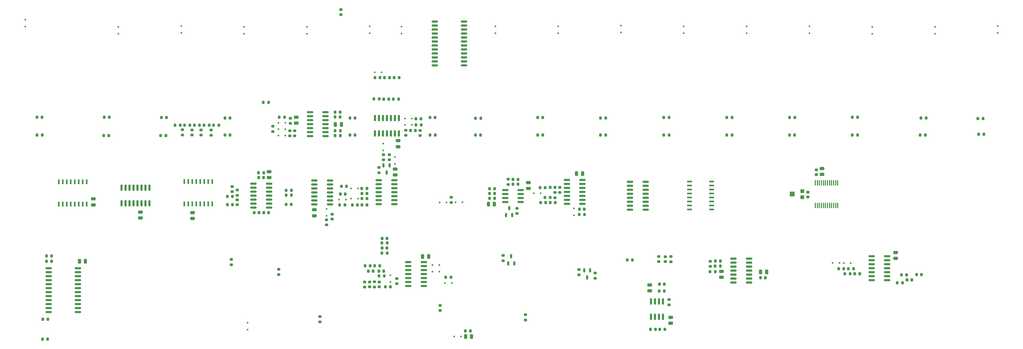
<source format=gbr>
%TF.GenerationSoftware,KiCad,Pcbnew,7.0.9*%
%TF.CreationDate,2024-01-01T10:09:09-06:00*%
%TF.ProjectId,SoundLab16StepSequencer,536f756e-644c-4616-9231-365374657053,rev?*%
%TF.SameCoordinates,Original*%
%TF.FileFunction,Paste,Top*%
%TF.FilePolarity,Positive*%
%FSLAX46Y46*%
G04 Gerber Fmt 4.6, Leading zero omitted, Abs format (unit mm)*
G04 Created by KiCad (PCBNEW 7.0.9) date 2024-01-01 10:09:09*
%MOMM*%
%LPD*%
G01*
G04 APERTURE LIST*
G04 Aperture macros list*
%AMRoundRect*
0 Rectangle with rounded corners*
0 $1 Rounding radius*
0 $2 $3 $4 $5 $6 $7 $8 $9 X,Y pos of 4 corners*
0 Add a 4 corners polygon primitive as box body*
4,1,4,$2,$3,$4,$5,$6,$7,$8,$9,$2,$3,0*
0 Add four circle primitives for the rounded corners*
1,1,$1+$1,$2,$3*
1,1,$1+$1,$4,$5*
1,1,$1+$1,$6,$7*
1,1,$1+$1,$8,$9*
0 Add four rect primitives between the rounded corners*
20,1,$1+$1,$2,$3,$4,$5,0*
20,1,$1+$1,$4,$5,$6,$7,0*
20,1,$1+$1,$6,$7,$8,$9,0*
20,1,$1+$1,$8,$9,$2,$3,0*%
G04 Aperture macros list end*
%ADD10RoundRect,0.200000X-0.200000X-0.275000X0.200000X-0.275000X0.200000X0.275000X-0.200000X0.275000X0*%
%ADD11RoundRect,0.200000X0.200000X0.275000X-0.200000X0.275000X-0.200000X-0.275000X0.200000X-0.275000X0*%
%ADD12RoundRect,0.200000X0.275000X-0.200000X0.275000X0.200000X-0.275000X0.200000X-0.275000X-0.200000X0*%
%ADD13RoundRect,0.225000X0.250000X-0.225000X0.250000X0.225000X-0.250000X0.225000X-0.250000X-0.225000X0*%
%ADD14RoundRect,0.125000X-0.125000X-0.125000X0.125000X-0.125000X0.125000X0.125000X-0.125000X0.125000X0*%
%ADD15RoundRect,0.125000X0.125000X-0.125000X0.125000X0.125000X-0.125000X0.125000X-0.125000X-0.125000X0*%
%ADD16RoundRect,0.150000X-0.150000X0.512500X-0.150000X-0.512500X0.150000X-0.512500X0.150000X0.512500X0*%
%ADD17RoundRect,0.225000X-0.250000X0.225000X-0.250000X-0.225000X0.250000X-0.225000X0.250000X0.225000X0*%
%ADD18RoundRect,0.200000X-0.275000X0.200000X-0.275000X-0.200000X0.275000X-0.200000X0.275000X0.200000X0*%
%ADD19RoundRect,0.150000X0.150000X-0.512500X0.150000X0.512500X-0.150000X0.512500X-0.150000X-0.512500X0*%
%ADD20RoundRect,0.250000X0.475000X-0.250000X0.475000X0.250000X-0.475000X0.250000X-0.475000X-0.250000X0*%
%ADD21RoundRect,0.250000X-0.250000X-0.475000X0.250000X-0.475000X0.250000X0.475000X-0.250000X0.475000X0*%
%ADD22RoundRect,0.250000X0.250000X0.475000X-0.250000X0.475000X-0.250000X-0.475000X0.250000X-0.475000X0*%
%ADD23R,0.600000X1.500000*%
%ADD24RoundRect,0.125000X0.125000X0.125000X-0.125000X0.125000X-0.125000X-0.125000X0.125000X-0.125000X0*%
%ADD25RoundRect,0.225000X0.225000X0.250000X-0.225000X0.250000X-0.225000X-0.250000X0.225000X-0.250000X0*%
%ADD26RoundRect,0.150000X-0.825000X-0.150000X0.825000X-0.150000X0.825000X0.150000X-0.825000X0.150000X0*%
%ADD27RoundRect,0.250000X-0.475000X0.250000X-0.475000X-0.250000X0.475000X-0.250000X0.475000X0.250000X0*%
%ADD28RoundRect,0.225000X-0.225000X-0.250000X0.225000X-0.250000X0.225000X0.250000X-0.225000X0.250000X0*%
%ADD29RoundRect,0.125000X-0.125000X0.125000X-0.125000X-0.125000X0.125000X-0.125000X0.125000X0.125000X0*%
%ADD30RoundRect,0.150000X-0.875000X-0.150000X0.875000X-0.150000X0.875000X0.150000X-0.875000X0.150000X0*%
%ADD31RoundRect,0.150000X0.850000X0.150000X-0.850000X0.150000X-0.850000X-0.150000X0.850000X-0.150000X0*%
%ADD32RoundRect,0.150000X0.875000X0.150000X-0.875000X0.150000X-0.875000X-0.150000X0.875000X-0.150000X0*%
%ADD33RoundRect,0.150000X-0.150000X0.825000X-0.150000X-0.825000X0.150000X-0.825000X0.150000X0.825000X0*%
%ADD34RoundRect,0.150000X0.825000X0.150000X-0.825000X0.150000X-0.825000X-0.150000X0.825000X-0.150000X0*%
%ADD35R,0.450000X1.750000*%
%ADD36R,1.500000X0.600000*%
%ADD37RoundRect,0.150000X0.150000X-0.850000X0.150000X0.850000X-0.150000X0.850000X-0.150000X-0.850000X0*%
%ADD38R,1.200000X1.200000*%
%ADD39R,1.500000X1.600000*%
G04 APERTURE END LIST*
D10*
%TO.C,R68*%
X170175000Y-125600000D03*
X171825000Y-125600000D03*
%TD*%
D11*
%TO.C,R61*%
X132050000Y-120200000D03*
X130400000Y-120200000D03*
%TD*%
D10*
%TO.C,R117*%
X230750000Y-142425000D03*
X232400000Y-142425000D03*
%TD*%
D12*
%TO.C,R118*%
X237050000Y-143950000D03*
X237050000Y-142300000D03*
%TD*%
D10*
%TO.C,R5*%
X344475000Y-172675000D03*
X346125000Y-172675000D03*
%TD*%
D13*
%TO.C,C27*%
X315975000Y-145375000D03*
X315975000Y-143825000D03*
%TD*%
D10*
%TO.C,R30*%
X73575000Y-164175000D03*
X75225000Y-164175000D03*
%TD*%
D14*
%TO.C,D50*%
X187725000Y-120400000D03*
X189925000Y-120400000D03*
%TD*%
D15*
%TO.C,D25*%
X216500000Y-93250000D03*
X216500000Y-91050000D03*
%TD*%
D16*
%TO.C,Q2*%
X246675000Y-168762500D03*
X244775000Y-168762500D03*
X245725000Y-171037500D03*
%TD*%
D11*
%TO.C,R67*%
X291850000Y-120090000D03*
X290200000Y-120090000D03*
%TD*%
D17*
%TO.C,C40*%
X318700000Y-136700000D03*
X318700000Y-138250000D03*
%TD*%
D15*
%TO.C,D22*%
X156500000Y-93350000D03*
X156500000Y-91150000D03*
%TD*%
D18*
%TO.C,R15*%
X126035000Y-124060000D03*
X126035000Y-125710000D03*
%TD*%
D19*
%TO.C,Q1*%
X219950000Y-151162500D03*
X221850000Y-151162500D03*
X220900000Y-148887500D03*
%TD*%
D10*
%TO.C,R62*%
X310175000Y-120090000D03*
X311825000Y-120090000D03*
%TD*%
D18*
%TO.C,R29*%
X145675000Y-122850000D03*
X145675000Y-124500000D03*
%TD*%
D11*
%TO.C,R120*%
X172625000Y-147950000D03*
X170975000Y-147950000D03*
%TD*%
%TO.C,R11*%
X151575000Y-144750000D03*
X149925000Y-144750000D03*
%TD*%
D20*
%TO.C,C4*%
X144500000Y-139200000D03*
X144500000Y-137300000D03*
%TD*%
D21*
%TO.C,C21*%
X214300000Y-147625000D03*
X216200000Y-147625000D03*
%TD*%
D10*
%TO.C,R79*%
X229950000Y-125600000D03*
X231600000Y-125600000D03*
%TD*%
D22*
%TO.C,C29*%
X302875000Y-169275000D03*
X300975000Y-169275000D03*
%TD*%
D10*
%TO.C,R32*%
X72400000Y-184325000D03*
X74050000Y-184325000D03*
%TD*%
D11*
%TO.C,R77*%
X211850000Y-120290000D03*
X210200000Y-120290000D03*
%TD*%
D14*
%TO.C,D54*%
X178075000Y-105625000D03*
X180275000Y-105625000D03*
%TD*%
D23*
%TO.C,U9*%
X86400000Y-140525000D03*
X85130000Y-140525000D03*
X83860000Y-140525000D03*
X82590000Y-140525000D03*
X81320000Y-140525000D03*
X80050000Y-140525000D03*
X78780000Y-140525000D03*
X77510000Y-140525000D03*
X77510000Y-147625000D03*
X78780000Y-147625000D03*
X80050000Y-147625000D03*
X81320000Y-147625000D03*
X82590000Y-147625000D03*
X83860000Y-147625000D03*
X85130000Y-147625000D03*
X86400000Y-147625000D03*
%TD*%
D13*
%TO.C,C32*%
X270625000Y-165935000D03*
X270625000Y-164385000D03*
%TD*%
D10*
%TO.C,R34*%
X72300000Y-190675000D03*
X73950000Y-190675000D03*
%TD*%
D16*
%TO.C,Q3*%
X182825000Y-135312500D03*
X180925000Y-135312500D03*
X181875000Y-137587500D03*
%TD*%
D11*
%TO.C,R13*%
X151525000Y-147700000D03*
X149875000Y-147700000D03*
%TD*%
D10*
%TO.C,R4*%
X327800000Y-169825000D03*
X329450000Y-169825000D03*
%TD*%
D11*
%TO.C,R72*%
X197325000Y-120075000D03*
X195675000Y-120075000D03*
%TD*%
%TO.C,R51*%
X371800000Y-120400000D03*
X370150000Y-120400000D03*
%TD*%
D15*
%TO.C,D32*%
X356500000Y-93350000D03*
X356500000Y-91150000D03*
%TD*%
D18*
%TO.C,R18*%
X122835000Y-124010000D03*
X122835000Y-125660000D03*
%TD*%
D14*
%TO.C,D51*%
X187745000Y-122400000D03*
X189945000Y-122400000D03*
%TD*%
D11*
%TO.C,R90*%
X182050000Y-163275000D03*
X180400000Y-163275000D03*
%TD*%
D15*
%TO.C,D28*%
X276500000Y-93250000D03*
X276500000Y-91050000D03*
%TD*%
D18*
%TO.C,R81*%
X202450000Y-145475000D03*
X202450000Y-147125000D03*
%TD*%
D10*
%TO.C,R127*%
X258500000Y-165425000D03*
X260150000Y-165425000D03*
%TD*%
D11*
%TO.C,R73*%
X197375000Y-125625000D03*
X195725000Y-125625000D03*
%TD*%
D24*
%TO.C,D49*%
X200975000Y-147150000D03*
X198775000Y-147150000D03*
%TD*%
D12*
%TO.C,R8*%
X162775000Y-154275000D03*
X162775000Y-152625000D03*
%TD*%
D11*
%TO.C,R24*%
X149350000Y-119975000D03*
X147700000Y-119975000D03*
%TD*%
D25*
%TO.C,C43*%
X177600000Y-168975000D03*
X176050000Y-168975000D03*
%TD*%
D14*
%TO.C,D35*%
X323925000Y-166400000D03*
X326125000Y-166400000D03*
%TD*%
D26*
%TO.C,U16*%
X239300000Y-139990000D03*
X239300000Y-141260000D03*
X239300000Y-142530000D03*
X239300000Y-143800000D03*
X239300000Y-145070000D03*
X239300000Y-146340000D03*
X239300000Y-147610000D03*
X244250000Y-147610000D03*
X244250000Y-146340000D03*
X244250000Y-145070000D03*
X244250000Y-143800000D03*
X244250000Y-142530000D03*
X244250000Y-141260000D03*
X244250000Y-139990000D03*
%TD*%
D11*
%TO.C,R108*%
X233950000Y-145570000D03*
X232300000Y-145570000D03*
%TD*%
D15*
%TO.C,D58*%
X241475000Y-151250000D03*
X241475000Y-149050000D03*
%TD*%
D10*
%TO.C,R116*%
X214650000Y-142725000D03*
X216300000Y-142725000D03*
%TD*%
D23*
%TO.C,U6*%
X126375000Y-140475000D03*
X125105000Y-140475000D03*
X123835000Y-140475000D03*
X122565000Y-140475000D03*
X121295000Y-140475000D03*
X120025000Y-140475000D03*
X118755000Y-140475000D03*
X117485000Y-140475000D03*
X117485000Y-147575000D03*
X118755000Y-147575000D03*
X120025000Y-147575000D03*
X121295000Y-147575000D03*
X122565000Y-147575000D03*
X123835000Y-147575000D03*
X125105000Y-147575000D03*
X126375000Y-147575000D03*
%TD*%
D20*
%TO.C,C1*%
X343950000Y-164950000D03*
X343950000Y-163050000D03*
%TD*%
D12*
%TO.C,R121*%
X248275000Y-171250000D03*
X248275000Y-169600000D03*
%TD*%
D13*
%TO.C,C22*%
X134310000Y-147850000D03*
X134310000Y-146300000D03*
%TD*%
D11*
%TO.C,R58*%
X331825000Y-125600000D03*
X330175000Y-125600000D03*
%TD*%
D27*
%TO.C,C34*%
X272325000Y-183725000D03*
X272325000Y-185625000D03*
%TD*%
D11*
%TO.C,R98*%
X202375000Y-170975000D03*
X200725000Y-170975000D03*
%TD*%
D28*
%TO.C,C66*%
X233950000Y-142355000D03*
X235500000Y-142355000D03*
%TD*%
D11*
%TO.C,R36*%
X167150000Y-124275000D03*
X165500000Y-124275000D03*
%TD*%
D10*
%TO.C,R33*%
X206950000Y-188000000D03*
X208600000Y-188000000D03*
%TD*%
%TO.C,R52*%
X91950000Y-120000000D03*
X93600000Y-120000000D03*
%TD*%
D21*
%TO.C,C3*%
X84100000Y-165825000D03*
X86000000Y-165825000D03*
%TD*%
D26*
%TO.C,U15*%
X188800000Y-166150000D03*
X188800000Y-167420000D03*
X188800000Y-168690000D03*
X188800000Y-169960000D03*
X188800000Y-171230000D03*
X188800000Y-172500000D03*
X188800000Y-173770000D03*
X193750000Y-173770000D03*
X193750000Y-172500000D03*
X193750000Y-171230000D03*
X193750000Y-169960000D03*
X193750000Y-168690000D03*
X193750000Y-167420000D03*
X193750000Y-166150000D03*
%TD*%
D20*
%TO.C,C17*%
X88525000Y-147875000D03*
X88525000Y-145975000D03*
%TD*%
D15*
%TO.C,D33*%
X376500000Y-93100000D03*
X376500000Y-90900000D03*
%TD*%
D14*
%TO.C,D48*%
X203825000Y-147025000D03*
X206025000Y-147025000D03*
%TD*%
D12*
%TO.C,R82*%
X198900000Y-181550000D03*
X198900000Y-179900000D03*
%TD*%
D26*
%TO.C,U1*%
X336300000Y-164265000D03*
X336300000Y-165535000D03*
X336300000Y-166805000D03*
X336300000Y-168075000D03*
X336300000Y-169345000D03*
X336300000Y-170615000D03*
X336300000Y-171885000D03*
X341250000Y-171885000D03*
X341250000Y-170615000D03*
X341250000Y-169345000D03*
X341250000Y-168075000D03*
X341250000Y-166805000D03*
X341250000Y-165535000D03*
X341250000Y-164265000D03*
%TD*%
D25*
%TO.C,C14*%
X141250000Y-150400000D03*
X139700000Y-150400000D03*
%TD*%
D14*
%TO.C,D34*%
X327450000Y-166425000D03*
X329650000Y-166425000D03*
%TD*%
D28*
%TO.C,C68*%
X174050000Y-147950000D03*
X175600000Y-147950000D03*
%TD*%
D13*
%TO.C,C41*%
X179550000Y-173975000D03*
X179550000Y-172425000D03*
%TD*%
D26*
%TO.C,U11*%
X292325000Y-165015000D03*
X292325000Y-166285000D03*
X292325000Y-167555000D03*
X292325000Y-168825000D03*
X292325000Y-170095000D03*
X292325000Y-171365000D03*
X292325000Y-172635000D03*
X297275000Y-172635000D03*
X297275000Y-171365000D03*
X297275000Y-170095000D03*
X297275000Y-168825000D03*
X297275000Y-167555000D03*
X297275000Y-166285000D03*
X297275000Y-165015000D03*
%TD*%
D10*
%TO.C,R38*%
X165475000Y-118325000D03*
X167125000Y-118325000D03*
%TD*%
%TO.C,R65*%
X149925000Y-143225000D03*
X151575000Y-143225000D03*
%TD*%
D15*
%TO.C,D23*%
X176500000Y-93200000D03*
X176500000Y-91000000D03*
%TD*%
D10*
%TO.C,R9*%
X173975000Y-142700000D03*
X175625000Y-142700000D03*
%TD*%
D14*
%TO.C,D43*%
X147475000Y-123775000D03*
X149675000Y-123775000D03*
%TD*%
D10*
%TO.C,R97*%
X178150000Y-107375000D03*
X179800000Y-107375000D03*
%TD*%
D28*
%TO.C,C33*%
X300900000Y-171100000D03*
X302450000Y-171100000D03*
%TD*%
D29*
%TO.C,D53*%
X183100000Y-170225000D03*
X183100000Y-172425000D03*
%TD*%
D10*
%TO.C,R91*%
X179475000Y-170550000D03*
X181125000Y-170550000D03*
%TD*%
D30*
%TO.C,U2*%
X74300000Y-168040000D03*
X74300000Y-169310000D03*
X74300000Y-170580000D03*
X74300000Y-171850000D03*
X74300000Y-173120000D03*
X74300000Y-174390000D03*
X74300000Y-175660000D03*
X74300000Y-176930000D03*
X74300000Y-178200000D03*
X74300000Y-179470000D03*
X74300000Y-180740000D03*
X74300000Y-182010000D03*
X83600000Y-182010000D03*
X83600000Y-180740000D03*
X83600000Y-179470000D03*
X83600000Y-178200000D03*
X83600000Y-176930000D03*
X83600000Y-175660000D03*
X83600000Y-174390000D03*
X83600000Y-173120000D03*
X83600000Y-171850000D03*
X83600000Y-170580000D03*
X83600000Y-169310000D03*
X83600000Y-168040000D03*
%TD*%
D14*
%TO.C,D40*%
X147475000Y-125775000D03*
X149675000Y-125775000D03*
%TD*%
D28*
%TO.C,C44*%
X189525000Y-124165000D03*
X191075000Y-124165000D03*
%TD*%
D15*
%TO.C,D20*%
X116500000Y-93100000D03*
X116500000Y-90900000D03*
%TD*%
D11*
%TO.C,R53*%
X93450000Y-125800000D03*
X91800000Y-125800000D03*
%TD*%
%TO.C,R96*%
X185670000Y-114170000D03*
X184020000Y-114170000D03*
%TD*%
%TO.C,R83*%
X179725000Y-167300000D03*
X178075000Y-167300000D03*
%TD*%
D12*
%TO.C,R125*%
X180850000Y-133525000D03*
X180850000Y-131875000D03*
%TD*%
D25*
%TO.C,C9*%
X352150000Y-170125000D03*
X350600000Y-170125000D03*
%TD*%
D10*
%TO.C,R64*%
X142625000Y-115250000D03*
X144275000Y-115250000D03*
%TD*%
%TO.C,R114*%
X222075000Y-141300000D03*
X223725000Y-141300000D03*
%TD*%
%TO.C,R87*%
X175025000Y-167300000D03*
X176675000Y-167300000D03*
%TD*%
D12*
%TO.C,R88*%
X187995000Y-125750000D03*
X187995000Y-124100000D03*
%TD*%
D15*
%TO.C,D30*%
X316500000Y-93250000D03*
X316500000Y-91050000D03*
%TD*%
D10*
%TO.C,R40*%
X268675000Y-175300000D03*
X270325000Y-175300000D03*
%TD*%
D15*
%TO.C,D27*%
X256500000Y-93000000D03*
X256500000Y-90800000D03*
%TD*%
D10*
%TO.C,R20*%
X131160000Y-147830000D03*
X132810000Y-147830000D03*
%TD*%
D24*
%TO.C,D60*%
X230900000Y-144225000D03*
X228700000Y-144225000D03*
%TD*%
D11*
%TO.C,R28*%
X142750000Y-137630000D03*
X141100000Y-137630000D03*
%TD*%
D28*
%TO.C,C11*%
X174050000Y-144300000D03*
X175600000Y-144300000D03*
%TD*%
D11*
%TO.C,R59*%
X331825000Y-120000000D03*
X330175000Y-120000000D03*
%TD*%
D12*
%TO.C,R104*%
X147550000Y-170050000D03*
X147550000Y-168400000D03*
%TD*%
D17*
%TO.C,C10*%
X164575000Y-150850000D03*
X164575000Y-152400000D03*
%TD*%
D25*
%TO.C,C46*%
X182000000Y-161625000D03*
X180450000Y-161625000D03*
%TD*%
D11*
%TO.C,R50*%
X372025000Y-125400000D03*
X370375000Y-125400000D03*
%TD*%
D17*
%TO.C,C25*%
X151275000Y-120325000D03*
X151275000Y-121875000D03*
%TD*%
D10*
%TO.C,R16*%
X166950000Y-147875000D03*
X168600000Y-147875000D03*
%TD*%
D27*
%TO.C,C15*%
X103525000Y-150175000D03*
X103525000Y-152075000D03*
%TD*%
D26*
%TO.C,U7*%
X157500000Y-118365000D03*
X157500000Y-119635000D03*
X157500000Y-120905000D03*
X157500000Y-122175000D03*
X157500000Y-123445000D03*
X157500000Y-124715000D03*
X157500000Y-125985000D03*
X162450000Y-125985000D03*
X162450000Y-124715000D03*
X162450000Y-123445000D03*
X162450000Y-122175000D03*
X162450000Y-120905000D03*
X162450000Y-119635000D03*
X162450000Y-118365000D03*
%TD*%
D15*
%TO.C,D24*%
X186600000Y-93300000D03*
X186600000Y-91100000D03*
%TD*%
D10*
%TO.C,R22*%
X117575000Y-122495000D03*
X119225000Y-122495000D03*
%TD*%
D25*
%TO.C,C8*%
X349125000Y-171825000D03*
X347575000Y-171825000D03*
%TD*%
D28*
%TO.C,C30*%
X268775000Y-173175000D03*
X270325000Y-173175000D03*
%TD*%
D27*
%TO.C,C54*%
X185575000Y-127450000D03*
X185575000Y-129350000D03*
%TD*%
D26*
%TO.C,U18*%
X219625000Y-143145000D03*
X219625000Y-144415000D03*
X219625000Y-145685000D03*
X219625000Y-146955000D03*
X224575000Y-146955000D03*
X224575000Y-145685000D03*
X224575000Y-144415000D03*
X224575000Y-143145000D03*
%TD*%
D14*
%TO.C,D55*%
X196425000Y-167075000D03*
X198625000Y-167075000D03*
%TD*%
D10*
%TO.C,R70*%
X270150000Y-120090000D03*
X271800000Y-120090000D03*
%TD*%
D31*
%TO.C,U19*%
X264350000Y-149420000D03*
X264350000Y-148150000D03*
X264350000Y-146880000D03*
X264350000Y-145610000D03*
X264350000Y-144340000D03*
X264350000Y-143070000D03*
X264350000Y-141800000D03*
X264350000Y-140530000D03*
X259350000Y-140530000D03*
X259350000Y-141800000D03*
X259350000Y-143070000D03*
X259350000Y-144340000D03*
X259350000Y-145610000D03*
X259350000Y-146880000D03*
X259350000Y-148150000D03*
X259350000Y-149420000D03*
%TD*%
D28*
%TO.C,C12*%
X142775000Y-150400000D03*
X144325000Y-150400000D03*
%TD*%
D24*
%TO.C,D52*%
X202650000Y-172825000D03*
X200450000Y-172825000D03*
%TD*%
D10*
%TO.C,R78*%
X229950000Y-120090000D03*
X231600000Y-120090000D03*
%TD*%
D18*
%TO.C,R123*%
X226100000Y-182900000D03*
X226100000Y-184550000D03*
%TD*%
D11*
%TO.C,R2*%
X327450000Y-168225000D03*
X325800000Y-168225000D03*
%TD*%
D10*
%TO.C,R71*%
X270150000Y-125600000D03*
X271800000Y-125600000D03*
%TD*%
D11*
%TO.C,R111*%
X216300000Y-145825000D03*
X214650000Y-145825000D03*
%TD*%
D10*
%TO.C,R6*%
X345800000Y-170150000D03*
X347450000Y-170150000D03*
%TD*%
D15*
%TO.C,D21*%
X136500000Y-93350000D03*
X136500000Y-91150000D03*
%TD*%
D12*
%TO.C,R10*%
X134325000Y-144825000D03*
X134325000Y-143175000D03*
%TD*%
%TO.C,R84*%
X192585000Y-125825000D03*
X192585000Y-124175000D03*
%TD*%
D15*
%TO.C,D19*%
X96500000Y-93350000D03*
X96500000Y-91150000D03*
%TD*%
D32*
%TO.C,U12*%
X206529200Y-103454200D03*
X206529200Y-102184200D03*
X206529200Y-100914200D03*
X206529200Y-99644200D03*
X206529200Y-98374200D03*
X206529200Y-97104200D03*
X206529200Y-95834200D03*
X206529200Y-94564200D03*
X206529200Y-93294200D03*
X206529200Y-92024200D03*
X206529200Y-90754200D03*
X206529200Y-89484200D03*
X197229200Y-89484200D03*
X197229200Y-90754200D03*
X197229200Y-92024200D03*
X197229200Y-93294200D03*
X197229200Y-94564200D03*
X197229200Y-95834200D03*
X197229200Y-97104200D03*
X197229200Y-98374200D03*
X197229200Y-99644200D03*
X197229200Y-100914200D03*
X197229200Y-102184200D03*
X197229200Y-103454200D03*
%TD*%
D11*
%TO.C,R12*%
X169150000Y-141950000D03*
X167500000Y-141950000D03*
%TD*%
D10*
%TO.C,R113*%
X222075000Y-139750000D03*
X223725000Y-139750000D03*
%TD*%
%TO.C,R26*%
X131175000Y-145200000D03*
X132825000Y-145200000D03*
%TD*%
D11*
%TO.C,R74*%
X251650000Y-125600000D03*
X250000000Y-125600000D03*
%TD*%
%TO.C,R45*%
X267500000Y-187550000D03*
X265850000Y-187550000D03*
%TD*%
D27*
%TO.C,C28*%
X288500000Y-169050000D03*
X288500000Y-170950000D03*
%TD*%
D10*
%TO.C,R37*%
X165475000Y-119875000D03*
X167125000Y-119875000D03*
%TD*%
D20*
%TO.C,C20*%
X227025000Y-142700000D03*
X227025000Y-140800000D03*
%TD*%
D12*
%TO.C,R27*%
X152625000Y-125925000D03*
X152625000Y-124275000D03*
%TD*%
D25*
%TO.C,C7*%
X332500000Y-169825000D03*
X330950000Y-169825000D03*
%TD*%
D11*
%TO.C,R69*%
X171825000Y-120200000D03*
X170175000Y-120200000D03*
%TD*%
D14*
%TO.C,D56*%
X196450000Y-169125000D03*
X198650000Y-169125000D03*
%TD*%
D10*
%TO.C,R76*%
X210175000Y-125600000D03*
X211825000Y-125600000D03*
%TD*%
D19*
%TO.C,Q4*%
X220600000Y-166537500D03*
X222500000Y-166537500D03*
X221550000Y-164262500D03*
%TD*%
D10*
%TO.C,R3*%
X328900000Y-168225000D03*
X330550000Y-168225000D03*
%TD*%
D11*
%TO.C,R93*%
X192870000Y-122400000D03*
X191220000Y-122400000D03*
%TD*%
D10*
%TO.C,R31*%
X73600000Y-165825000D03*
X75250000Y-165825000D03*
%TD*%
D28*
%TO.C,C47*%
X179450000Y-168950000D03*
X181000000Y-168950000D03*
%TD*%
D10*
%TO.C,R99*%
X181450000Y-174025000D03*
X183100000Y-174025000D03*
%TD*%
D17*
%TO.C,C24*%
X151075000Y-124325000D03*
X151075000Y-125875000D03*
%TD*%
D21*
%TO.C,C51*%
X193350000Y-164350000D03*
X195250000Y-164350000D03*
%TD*%
D10*
%TO.C,R119*%
X243225000Y-150950000D03*
X244875000Y-150950000D03*
%TD*%
D25*
%TO.C,C65*%
X216250000Y-144275000D03*
X214700000Y-144275000D03*
%TD*%
D12*
%TO.C,R1*%
X167350000Y-87300000D03*
X167350000Y-85650000D03*
%TD*%
D10*
%TO.C,R57*%
X109950000Y-125800000D03*
X111600000Y-125800000D03*
%TD*%
%TO.C,R19*%
X120675000Y-122500000D03*
X122325000Y-122500000D03*
%TD*%
D15*
%TO.C,D63*%
X180800000Y-130550000D03*
X180800000Y-128350000D03*
%TD*%
D18*
%TO.C,R122*%
X243150000Y-168500000D03*
X243150000Y-170150000D03*
%TD*%
D14*
%TO.C,D38*%
X170525000Y-142650000D03*
X172725000Y-142650000D03*
%TD*%
D18*
%TO.C,R107*%
X132450000Y-165300000D03*
X132450000Y-166950000D03*
%TD*%
D33*
%TO.C,U14*%
X185760000Y-120225000D03*
X184490000Y-120225000D03*
X183220000Y-120225000D03*
X181950000Y-120225000D03*
X180680000Y-120225000D03*
X179410000Y-120225000D03*
X178140000Y-120225000D03*
X178140000Y-125175000D03*
X179410000Y-125175000D03*
X180680000Y-125175000D03*
X181950000Y-125175000D03*
X183220000Y-125175000D03*
X184490000Y-125175000D03*
X185760000Y-125175000D03*
%TD*%
D10*
%TO.C,R14*%
X126800000Y-122500000D03*
X128450000Y-122500000D03*
%TD*%
D12*
%TO.C,R44*%
X268500000Y-165950000D03*
X268500000Y-164300000D03*
%TD*%
D10*
%TO.C,R49*%
X70575000Y-125600000D03*
X72225000Y-125600000D03*
%TD*%
D11*
%TO.C,R47*%
X270500000Y-187550000D03*
X268850000Y-187550000D03*
%TD*%
D12*
%TO.C,R115*%
X220600000Y-141350000D03*
X220600000Y-139700000D03*
%TD*%
D24*
%TO.C,D36*%
X172725000Y-145900000D03*
X170525000Y-145900000D03*
%TD*%
D18*
%TO.C,R46*%
X272450000Y-164350000D03*
X272450000Y-166000000D03*
%TD*%
D34*
%TO.C,U5*%
X163825000Y-147760000D03*
X163825000Y-146490000D03*
X163825000Y-145220000D03*
X163825000Y-143950000D03*
X163825000Y-142680000D03*
X163825000Y-141410000D03*
X163825000Y-140140000D03*
X158875000Y-140140000D03*
X158875000Y-141410000D03*
X158875000Y-142680000D03*
X158875000Y-143950000D03*
X158875000Y-145220000D03*
X158875000Y-146490000D03*
X158875000Y-147760000D03*
%TD*%
D10*
%TO.C,R35*%
X165500000Y-125825000D03*
X167150000Y-125825000D03*
%TD*%
D25*
%TO.C,C57*%
X232500000Y-147120000D03*
X230950000Y-147120000D03*
%TD*%
D10*
%TO.C,R95*%
X184270000Y-107355000D03*
X185920000Y-107355000D03*
%TD*%
D24*
%TO.C,D42*%
X205600000Y-189800000D03*
X203400000Y-189800000D03*
%TD*%
D10*
%TO.C,R48*%
X70550000Y-120000000D03*
X72200000Y-120000000D03*
%TD*%
D18*
%TO.C,R21*%
X119935000Y-124010000D03*
X119935000Y-125660000D03*
%TD*%
D25*
%TO.C,C58*%
X235550000Y-147120000D03*
X234000000Y-147120000D03*
%TD*%
D10*
%TO.C,R56*%
X110150000Y-120090000D03*
X111800000Y-120090000D03*
%TD*%
D18*
%TO.C,R110*%
X235480000Y-143970000D03*
X235480000Y-145620000D03*
%TD*%
D10*
%TO.C,R7*%
X174000000Y-145900000D03*
X175650000Y-145900000D03*
%TD*%
D11*
%TO.C,R92*%
X192845000Y-120450000D03*
X191195000Y-120450000D03*
%TD*%
%TO.C,R41*%
X286510000Y-169125000D03*
X284860000Y-169125000D03*
%TD*%
D25*
%TO.C,C42*%
X182020000Y-158565000D03*
X180470000Y-158565000D03*
%TD*%
D12*
%TO.C,R23*%
X116885000Y-125610000D03*
X116885000Y-123960000D03*
%TD*%
D10*
%TO.C,R63*%
X310150000Y-125600000D03*
X311800000Y-125600000D03*
%TD*%
D12*
%TO.C,R105*%
X160650000Y-185150000D03*
X160650000Y-183500000D03*
%TD*%
D10*
%TO.C,R86*%
X180400000Y-160025000D03*
X182050000Y-160025000D03*
%TD*%
D26*
%TO.C,U3*%
X139500000Y-141115000D03*
X139500000Y-142385000D03*
X139500000Y-143655000D03*
X139500000Y-144925000D03*
X139500000Y-146195000D03*
X139500000Y-147465000D03*
X139500000Y-148735000D03*
X144450000Y-148735000D03*
X144450000Y-147465000D03*
X144450000Y-146195000D03*
X144450000Y-144925000D03*
X144450000Y-143655000D03*
X144450000Y-142385000D03*
X144450000Y-141115000D03*
%TD*%
D27*
%TO.C,C36*%
X320475000Y-136275000D03*
X320475000Y-138175000D03*
%TD*%
%TO.C,C5*%
X120100000Y-150325000D03*
X120100000Y-152225000D03*
%TD*%
D26*
%TO.C,U4*%
X179375000Y-140015000D03*
X179375000Y-141285000D03*
X179375000Y-142555000D03*
X179375000Y-143825000D03*
X179375000Y-145095000D03*
X179375000Y-146365000D03*
X179375000Y-147635000D03*
X184325000Y-147635000D03*
X184325000Y-146365000D03*
X184325000Y-145095000D03*
X184325000Y-143825000D03*
X184325000Y-142555000D03*
X184325000Y-141285000D03*
X184325000Y-140015000D03*
%TD*%
D11*
%TO.C,R55*%
X353400000Y-125600000D03*
X351750000Y-125600000D03*
%TD*%
%TO.C,R43*%
X288150000Y-167375000D03*
X286500000Y-167375000D03*
%TD*%
D28*
%TO.C,C23*%
X141150000Y-139180000D03*
X142700000Y-139180000D03*
%TD*%
D10*
%TO.C,R17*%
X123740000Y-122520000D03*
X125390000Y-122520000D03*
%TD*%
D28*
%TO.C,C31*%
X286575000Y-165775000D03*
X288125000Y-165775000D03*
%TD*%
%TO.C,C48*%
X180995000Y-114170000D03*
X182545000Y-114170000D03*
%TD*%
D35*
%TO.C,U13*%
X318375000Y-148075000D03*
X319025000Y-148075000D03*
X319675000Y-148075000D03*
X320325000Y-148075000D03*
X320975000Y-148075000D03*
X321625000Y-148075000D03*
X322275000Y-148075000D03*
X322925000Y-148075000D03*
X323575000Y-148075000D03*
X324225000Y-148075000D03*
X324875000Y-148075000D03*
X325525000Y-148075000D03*
X325525000Y-140875000D03*
X324875000Y-140875000D03*
X324225000Y-140875000D03*
X323575000Y-140875000D03*
X322925000Y-140875000D03*
X322275000Y-140875000D03*
X321625000Y-140875000D03*
X320975000Y-140875000D03*
X320325000Y-140875000D03*
X319675000Y-140875000D03*
X319025000Y-140875000D03*
X318375000Y-140875000D03*
%TD*%
D20*
%TO.C,C2*%
X153075000Y-121850000D03*
X153075000Y-119950000D03*
%TD*%
D22*
%TO.C,C26*%
X208925000Y-189800000D03*
X207025000Y-189800000D03*
%TD*%
D11*
%TO.C,R54*%
X353650000Y-120200000D03*
X352000000Y-120200000D03*
%TD*%
D15*
%TO.C,D29*%
X296500000Y-93250000D03*
X296500000Y-91050000D03*
%TD*%
D29*
%TO.C,D1*%
X137600000Y-185400000D03*
X137600000Y-187600000D03*
%TD*%
D15*
%TO.C,D31*%
X336500000Y-93350000D03*
X336500000Y-91150000D03*
%TD*%
D27*
%TO.C,C6*%
X158850000Y-149475000D03*
X158850000Y-151375000D03*
%TD*%
D25*
%TO.C,C19*%
X168725000Y-144450000D03*
X167175000Y-144450000D03*
%TD*%
D22*
%TO.C,C52*%
X244275000Y-137910000D03*
X242375000Y-137910000D03*
%TD*%
D15*
%TO.C,D26*%
X236500000Y-93250000D03*
X236500000Y-91050000D03*
%TD*%
D18*
%TO.C,R85*%
X178000000Y-172400000D03*
X178000000Y-174050000D03*
%TD*%
D27*
%TO.C,C35*%
X265600000Y-173375000D03*
X265600000Y-175275000D03*
%TD*%
D14*
%TO.C,D41*%
X147465000Y-121755000D03*
X149665000Y-121755000D03*
%TD*%
D12*
%TO.C,R39*%
X284950000Y-167500000D03*
X284950000Y-165850000D03*
%TD*%
D10*
%TO.C,R60*%
X130400000Y-125600000D03*
X132050000Y-125600000D03*
%TD*%
D20*
%TO.C,C38*%
X184575000Y-138375000D03*
X184575000Y-136475000D03*
%TD*%
D12*
%TO.C,R124*%
X179425000Y-137625000D03*
X179425000Y-135975000D03*
%TD*%
D18*
%TO.C,R128*%
X219000000Y-164000000D03*
X219000000Y-165650000D03*
%TD*%
D29*
%TO.C,D37*%
X162775000Y-149175000D03*
X162775000Y-151375000D03*
%TD*%
D13*
%TO.C,C13*%
X132750000Y-143650000D03*
X132750000Y-142100000D03*
%TD*%
D25*
%TO.C,C49*%
X182800000Y-107375000D03*
X181250000Y-107375000D03*
%TD*%
D13*
%TO.C,C45*%
X176450000Y-174000000D03*
X176450000Y-172450000D03*
%TD*%
D12*
%TO.C,R112*%
X223425000Y-150637500D03*
X223425000Y-148987500D03*
%TD*%
%TO.C,R80*%
X174850000Y-174075000D03*
X174850000Y-172425000D03*
%TD*%
D22*
%TO.C,C39*%
X167500000Y-122250000D03*
X165600000Y-122250000D03*
%TD*%
D36*
%TO.C,U17*%
X285400000Y-149315000D03*
X285400000Y-148045000D03*
X285400000Y-146775000D03*
X285400000Y-145505000D03*
X285400000Y-144235000D03*
X285400000Y-142965000D03*
X285400000Y-141695000D03*
X285400000Y-140425000D03*
X278300000Y-140425000D03*
X278300000Y-141695000D03*
X278300000Y-142965000D03*
X278300000Y-144235000D03*
X278300000Y-145505000D03*
X278300000Y-146775000D03*
X278300000Y-148045000D03*
X278300000Y-149315000D03*
%TD*%
D11*
%TO.C,R66*%
X291850000Y-125600000D03*
X290200000Y-125600000D03*
%TD*%
D14*
%TO.C,D39*%
X166725000Y-146175000D03*
X168925000Y-146175000D03*
%TD*%
D37*
%TO.C,U8*%
X97505000Y-147425000D03*
X98775000Y-147425000D03*
X100045000Y-147425000D03*
X101315000Y-147425000D03*
X102585000Y-147425000D03*
X103855000Y-147425000D03*
X105125000Y-147425000D03*
X106395000Y-147425000D03*
X106395000Y-142425000D03*
X105125000Y-142425000D03*
X103855000Y-142425000D03*
X102585000Y-142425000D03*
X101315000Y-142425000D03*
X100045000Y-142425000D03*
X98775000Y-142425000D03*
X97505000Y-142425000D03*
%TD*%
D15*
%TO.C,D18*%
X66800000Y-91100000D03*
X66800000Y-88900000D03*
%TD*%
D33*
%TO.C,U10*%
X269905000Y-178625000D03*
X268635000Y-178625000D03*
X267365000Y-178625000D03*
X266095000Y-178625000D03*
X266095000Y-183575000D03*
X267365000Y-183575000D03*
X268635000Y-183575000D03*
X269905000Y-183575000D03*
%TD*%
D38*
%TO.C,RV1*%
X314250000Y-145475000D03*
D39*
X311000000Y-144475000D03*
D38*
X314250000Y-143475000D03*
%TD*%
D12*
%TO.C,R126*%
X182750000Y-133525000D03*
X182750000Y-131875000D03*
%TD*%
D15*
%TO.C,D62*%
X184550000Y-134900000D03*
X184550000Y-132700000D03*
%TD*%
D25*
%TO.C,C67*%
X244825000Y-149300000D03*
X243275000Y-149300000D03*
%TD*%
D12*
%TO.C,R42*%
X271825000Y-179725000D03*
X271825000Y-178075000D03*
%TD*%
D10*
%TO.C,R25*%
X114535000Y-122510000D03*
X116185000Y-122510000D03*
%TD*%
D11*
%TO.C,R94*%
X179525000Y-114150000D03*
X177875000Y-114150000D03*
%TD*%
%TO.C,R75*%
X251650000Y-120200000D03*
X250000000Y-120200000D03*
%TD*%
D12*
%TO.C,R89*%
X185075000Y-172975000D03*
X185075000Y-171325000D03*
%TD*%
M02*

</source>
